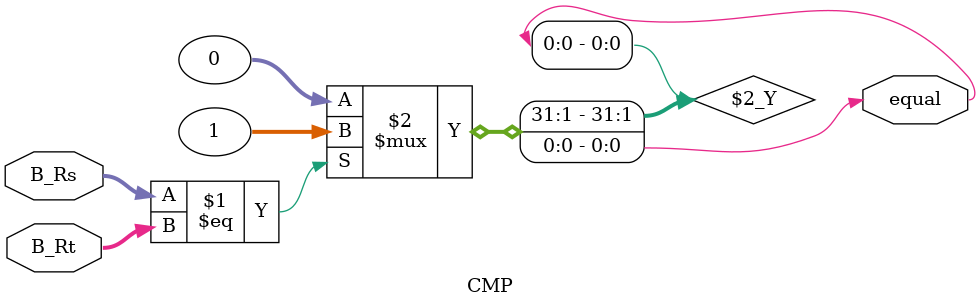
<source format=v>
`timescale 1ns / 1ps
module CMP(
		input [31:0] B_Rs,
		input [31:0] B_Rt,
		output equal
    );
	assign equal = (B_Rs == B_Rt) ? 1 : 0;

endmodule

</source>
